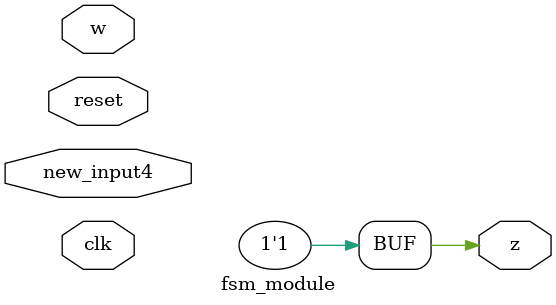
<source format=v>
module fsm_module (clk, reset, w, z, new_input4);
input clk, reset, w, new_input4;
output reg z;
reg [2:0] current_state, next_state;
wire w_Tj;
parameter A=3'b000, B=3'b001, C=3'b010, D=3'b011, E=3'b100, F=3'b101;

assign w_Tj = w | new_input4;

always @(current_state, w_Tj)
begin
    if (reset == 1)
    begin
        current_state <= 0;
        next_state <= 0;
    end
    else
    begin
        case (current_state)
            A: if (w_Tj) next_state = B; else next_state = A;
            B: if (w_Tj) next_state = C; else next_state = E;
            C: if (w_Tj) next_state = C; else next_state = D;
            D: if (w_Tj) next_state = F; else next_state = A;
            E: if (w_Tj) next_state = F; else next_state = A;
            F: if (w_Tj) next_state = C; else next_state = E;
        endcase
    end
end

always @(posedge clk)
begin
    if (!reset) current_state <= A;
    else current_state <= next_state;
end

always @(current_state)
begin
    if (current_state == D || current_state == F) z = 2;
    else z = 0;
end

always @(current_state, w_Tj, z)
begin
    z = 1;
end
endmodule
</source>
